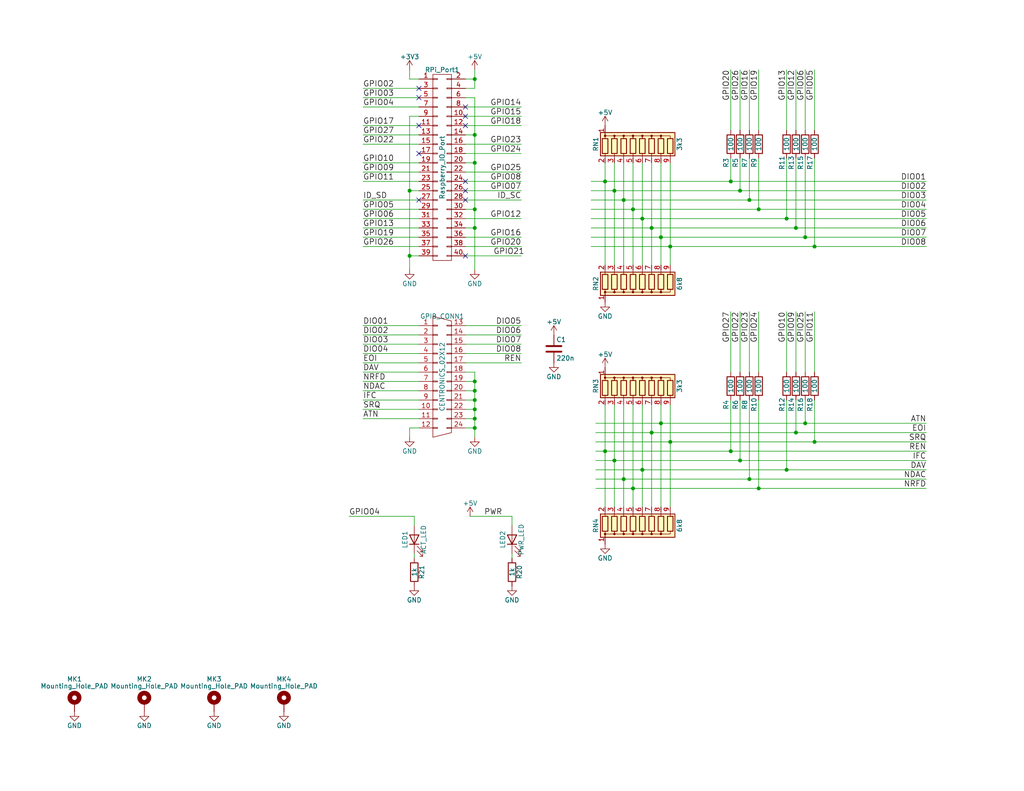
<source format=kicad_sch>
(kicad_sch (version 20211123) (generator eeschema)
  (paper "USLetter")
  (lib_symbols
    (symbol "Device:C" (pin_numbers hide) (pin_names (offset 0.254))
      (property "Reference" "C" (at 0.635 2.54 0))
      (property "Value" "C" (at 0.635 -2.54 0))
      (symbol "C_0_1"
        (polyline (pts (xy -2.032 -0.762) (xy 2.032 -0.762)) (stroke (width 0.508)))
        (polyline (pts (xy -2.032 0.762) (xy 2.032 0.762)) (stroke (width 0.508)))
      )
      (symbol "C_1_1"
        (pin passive line (at 0 3.81 270) (length 2.794) (name "~") (number "1"))
        (pin passive line (at 0 -3.81 90) (length 2.794) (name "~") (number "2"))
      )
    )
    (symbol "Device:LED" (pin_numbers hide) (pin_names (offset 1.016) hide)
      (property "Reference" "D" (at 0 2.54 0))
      (property "Value" "LED" (at 0 -2.54 0))
      (symbol "LED_0_1"
        (polyline (pts (xy -1.27 -1.27) (xy -1.27 1.27)) (stroke (width 0.254)))
        (polyline (pts (xy -1.27 0) (xy 1.27 0)))
        (polyline (pts (xy 1.27 -1.27) (xy 1.27 1.27) (xy -1.27 0) (xy 1.27 -1.27)) (stroke (width 0.254)))
        (polyline (pts (xy -3.048 -0.762) (xy -4.572 -2.286) (xy -3.81 -2.286) (xy -4.572 -2.286) (xy -4.572 -1.524)))
        (polyline (pts (xy -1.778 -0.762) (xy -3.302 -2.286) (xy -2.54 -2.286) (xy -3.302 -2.286) (xy -3.302 -1.524)))
      )
      (symbol "LED_1_1"
        (pin passive line (at -3.81 0 0) (length 2.54) (name "K") (number "1"))
        (pin passive line (at 3.81 0 180) (length 2.54) (name "A") (number "2"))
      )
    )
    (symbol "Device:R" (pin_numbers hide) (pin_names (offset 0))
      (property "Reference" "R" (at 2.032 0 90))
      (property "Value" "R" (at 0 0 90))
      (symbol "R_0_1"
        (rectangle (start -1.016 -2.54) (end 1.016 2.54) (stroke (width 0.254)))
      )
      (symbol "R_1_1"
        (pin passive line (at 0 3.81 270) (length 1.27) (name "~") (number "1"))
        (pin passive line (at 0 -3.81 90) (length 1.27) (name "~") (number "2"))
      )
    )
    (symbol "Device:R_Network08" (pin_names (offset 0) hide)
      (property "Reference" "RN" (at -12.7 0 90))
      (property "Value" "R_Network08" (at 10.16 0 90))
      (symbol "R_Network08_0_1"
        (rectangle (start -11.43 -3.175) (end 8.89 3.175) (stroke (width 0.254)) (fill (type background)))
        (rectangle (start -10.922 1.524) (end -9.398 -2.54) (stroke (width 0.254)))
        (circle (center -10.16 2.286) (radius 0.254) (fill (type outline)))
        (rectangle (start -8.382 1.524) (end -6.858 -2.54) (stroke (width 0.254)))
        (circle (center -7.62 2.286) (radius 0.254) (fill (type outline)))
        (rectangle (start -5.842 1.524) (end -4.318 -2.54) (stroke (width 0.254)))
        (circle (center -5.08 2.286) (radius 0.254) (fill (type outline)))
        (rectangle (start -3.302 1.524) (end -1.778 -2.54) (stroke (width 0.254)))
        (circle (center -2.54 2.286) (radius 0.254) (fill (type outline)))
        (rectangle (start -0.762 1.524) (end 0.762 -2.54) (stroke (width 0.254)))
        (polyline (pts (xy -10.16 -2.54) (xy -10.16 -3.81)))
        (polyline (pts (xy -7.62 -2.54) (xy -7.62 -3.81)))
        (polyline (pts (xy -5.08 -2.54) (xy -5.08 -3.81)))
        (polyline (pts (xy -2.54 -2.54) (xy -2.54 -3.81)))
        (polyline (pts (xy 0 -2.54) (xy 0 -3.81)))
        (polyline (pts (xy 2.54 -2.54) (xy 2.54 -3.81)))
        (polyline (pts (xy 5.08 -2.54) (xy 5.08 -3.81)))
        (polyline (pts (xy 7.62 -2.54) (xy 7.62 -3.81)))
        (polyline (pts (xy -10.16 1.524) (xy -10.16 2.286) (xy -7.62 2.286) (xy -7.62 1.524)))
        (polyline (pts (xy -7.62 1.524) (xy -7.62 2.286) (xy -5.08 2.286) (xy -5.08 1.524)))
        (polyline (pts (xy -5.08 1.524) (xy -5.08 2.286) (xy -2.54 2.286) (xy -2.54 1.524)))
        (polyline (pts (xy -2.54 1.524) (xy -2.54 2.286) (xy 0 2.286) (xy 0 1.524)))
        (polyline (pts (xy 0 1.524) (xy 0 2.286) (xy 2.54 2.286) (xy 2.54 1.524)))
        (polyline (pts (xy 2.54 1.524) (xy 2.54 2.286) (xy 5.08 2.286) (xy 5.08 1.524)))
        (polyline (pts (xy 5.08 1.524) (xy 5.08 2.286) (xy 7.62 2.286) (xy 7.62 1.524)))
        (circle (center 0 2.286) (radius 0.254) (fill (type outline)))
        (rectangle (start 1.778 1.524) (end 3.302 -2.54) (stroke (width 0.254)))
        (circle (center 2.54 2.286) (radius 0.254) (fill (type outline)))
        (rectangle (start 4.318 1.524) (end 5.842 -2.54) (stroke (width 0.254)))
        (circle (center 5.08 2.286) (radius 0.254) (fill (type outline)))
        (rectangle (start 6.858 1.524) (end 8.382 -2.54) (stroke (width 0.254)))
      )
      (symbol "R_Network08_1_1"
        (pin passive line (at -10.16 5.08 270) (length 2.54) (name "common") (number "1"))
        (pin passive line (at -10.16 -5.08 90) (length 1.27) (name "R1") (number "2"))
        (pin passive line (at -7.62 -5.08 90) (length 1.27) (name "R2") (number "3"))
        (pin passive line (at -5.08 -5.08 90) (length 1.27) (name "R3") (number "4"))
        (pin passive line (at -2.54 -5.08 90) (length 1.27) (name "R4") (number "5"))
        (pin passive line (at 0 -5.08 90) (length 1.27) (name "R5") (number "6"))
        (pin passive line (at 2.54 -5.08 90) (length 1.27) (name "R6") (number "7"))
        (pin passive line (at 5.08 -5.08 90) (length 1.27) (name "R7") (number "8"))
        (pin passive line (at 7.62 -5.08 90) (length 1.27) (name "R8") (number "9"))
      )
    )
    (symbol "Mechanical:MountingHole_Pad" (pin_numbers hide) (pin_names (offset 1.016) hide)
      (property "Reference" "H" (at 0 6.35 0))
      (property "Value" "MountingHole_Pad" (at 0 4.445 0))
      (symbol "MountingHole_Pad_0_1"
        (circle (center 0 1.27) (radius 1.27) (stroke (width 1.27)))
      )
      (symbol "MountingHole_Pad_1_1"
        (pin input line (at 0 -2.54 90) (length 2.54) (name "1") (number "1"))
      )
    )
    (symbol "Raspi_GPIB:Raspberry_IO_Port" (pin_names (offset 0.0254) hide)
      (property "Reference" "P" (at 0 26.67 0))
      (property "Value" "Raspberry_IO_Port" (at 0 0 90))
      (symbol "Raspberry_IO_Port_0_1"
        (rectangle (start -2.54 -24.003) (end -1.27 -24.257))
        (rectangle (start -2.54 -21.463) (end -1.27 -21.717))
        (rectangle (start -2.54 -18.923) (end -1.27 -19.177))
        (rectangle (start -2.54 -16.383) (end -1.27 -16.637))
        (rectangle (start -2.54 -13.843) (end -1.27 -14.097))
        (rectangle (start -2.54 -11.303) (end -1.27 -11.557))
        (rectangle (start -2.54 -8.763) (end -1.27 -9.017))
        (rectangle (start -2.54 -6.223) (end -1.27 -6.477))
        (rectangle (start -2.54 -3.683) (end -1.27 -3.937))
        (rectangle (start -2.54 -1.143) (end -1.27 -1.397))
        (rectangle (start -2.54 1.397) (end -1.27 1.143))
        (rectangle (start -2.54 3.937) (end -1.27 3.683))
        (rectangle (start -2.54 6.477) (end -1.27 6.223))
        (rectangle (start -2.54 9.017) (end -1.27 8.763))
        (rectangle (start -2.54 11.557) (end -1.27 11.303))
        (rectangle (start -2.54 14.097) (end -1.27 13.843))
        (rectangle (start -2.54 16.637) (end -1.27 16.383))
        (rectangle (start -2.54 19.177) (end -1.27 18.923))
        (rectangle (start -2.54 21.717) (end -1.27 21.463))
        (rectangle (start -2.54 24.257) (end -1.27 24.003))
        (rectangle (start -2.54 25.4) (end 2.54 -25.4))
        (rectangle (start 1.27 -24.003) (end 2.54 -24.257))
        (rectangle (start 1.27 -21.463) (end 2.54 -21.717))
        (rectangle (start 1.27 -18.923) (end 2.54 -19.177))
        (rectangle (start 1.27 -16.383) (end 2.54 -16.637))
        (rectangle (start 1.27 -13.843) (end 2.54 -14.097))
        (rectangle (start 1.27 -11.303) (end 2.54 -11.557))
        (rectangle (start 1.27 -8.763) (end 2.54 -9.017))
        (rectangle (start 1.27 -6.223) (end 2.54 -6.477))
        (rectangle (start 1.27 -3.683) (end 2.54 -3.937))
        (rectangle (start 1.27 -1.143) (end 2.54 -1.397))
        (rectangle (start 1.27 1.397) (end 2.54 1.143))
        (rectangle (start 1.27 3.937) (end 2.54 3.683))
        (rectangle (start 1.27 6.477) (end 2.54 6.223))
        (rectangle (start 1.27 9.017) (end 2.54 8.763))
        (rectangle (start 1.27 11.557) (end 2.54 11.303))
        (rectangle (start 1.27 14.097) (end 2.54 13.843))
        (rectangle (start 1.27 16.637) (end 2.54 16.383))
        (rectangle (start 1.27 19.177) (end 2.54 18.923))
        (rectangle (start 1.27 21.717) (end 2.54 21.463))
        (rectangle (start 1.27 24.257) (end 2.54 24.003))
      )
      (symbol "Raspberry_IO_Port_1_1"
        (pin power_out line (at -6.35 24.13 0) (length 3.81) (name "3V3") (number "1"))
        (pin passive line (at 6.35 13.97 180) (length 3.81) (name "GPIO15") (number "10"))
        (pin bidirectional line (at -6.35 11.43 0) (length 3.81) (name "GPIO17") (number "11"))
        (pin passive line (at 6.35 11.43 180) (length 3.81) (name "GPIO18") (number "12"))
        (pin bidirectional line (at -6.35 8.89 0) (length 3.81) (name "GPIO27") (number "13"))
        (pin passive line (at 6.35 8.89 180) (length 3.81) (name "GND") (number "14"))
        (pin passive line (at -6.35 6.35 0) (length 3.81) (name "GPIO22") (number "15"))
        (pin passive line (at 6.35 6.35 180) (length 3.81) (name "GPIO23") (number "16"))
        (pin passive line (at -6.35 3.81 0) (length 3.81) (name "P17") (number "17"))
        (pin passive line (at 6.35 3.81 180) (length 3.81) (name "GPIO24") (number "18"))
        (pin passive line (at -6.35 1.27 0) (length 3.81) (name "GPIO09") (number "19"))
        (pin passive line (at 6.35 24.13 180) (length 3.81) (name "5V") (number "2"))
        (pin passive line (at 6.35 1.27 180) (length 3.81) (name "GND") (number "20"))
        (pin passive line (at -6.35 -1.27 0) (length 3.81) (name "GPIO10") (number "21"))
        (pin passive line (at 6.35 -1.27 180) (length 3.81) (name "GPIO25") (number "22"))
        (pin passive line (at -6.35 -3.81 0) (length 3.81) (name "GPIO11") (number "23"))
        (pin passive line (at 6.35 -3.81 180) (length 3.81) (name "GPIO08") (number "24"))
        (pin passive line (at -6.35 -6.35 0) (length 3.81) (name "GND") (number "25"))
        (pin passive line (at 6.35 -6.35 180) (length 3.81) (name "GPIO07") (number "26"))
        (pin passive line (at -6.35 -8.89 0) (length 3.81) (name "ID_SD") (number "27"))
        (pin passive line (at 6.35 -8.89 180) (length 3.81) (name "ID_SC") (number "28"))
        (pin passive line (at -6.35 -11.43 0) (length 3.81) (name "GPIO05") (number "29"))
        (pin bidirectional line (at -6.35 21.59 0) (length 3.81) (name "GPIO2") (number "3"))
        (pin passive line (at 6.35 -11.43 180) (length 3.81) (name "GND") (number "30"))
        (pin passive line (at -6.35 -13.97 0) (length 3.81) (name "GPIO06") (number "31"))
        (pin passive line (at 6.35 -13.97 180) (length 3.81) (name "GPIO12") (number "32"))
        (pin passive line (at -6.35 -16.51 0) (length 3.81) (name "GPIO13") (number "33"))
        (pin passive line (at 6.35 -16.51 180) (length 3.81) (name "GND") (number "34"))
        (pin passive line (at -6.35 -19.05 0) (length 3.81) (name "GPIO19") (number "35"))
        (pin passive line (at 6.35 -19.05 180) (length 3.81) (name "GPIO16") (number "36"))
        (pin passive line (at -6.35 -21.59 0) (length 3.81) (name "GPIO26") (number "37"))
        (pin passive line (at 6.35 -21.59 180) (length 3.81) (name "GPIO20") (number "38"))
        (pin power_out line (at -6.35 -24.13 0) (length 3.81) (name "GND") (number "39"))
        (pin power_out line (at 6.35 21.59 180) (length 3.81) (name "5V") (number "4"))
        (pin passive line (at 6.35 -24.13 180) (length 3.81) (name "GPIO21") (number "40"))
        (pin bidirectional line (at -6.35 19.05 0) (length 3.81) (name "GPIO3") (number "5"))
        (pin passive line (at 6.35 19.05 180) (length 3.81) (name "GND") (number "6"))
        (pin bidirectional line (at -6.35 16.51 0) (length 3.81) (name "GPIO4") (number "7"))
        (pin passive line (at 6.35 16.51 180) (length 3.81) (name "GPIO14") (number "8"))
        (pin passive line (at -6.35 13.97 0) (length 3.81) (name "GND") (number "9"))
      )
    )
    (symbol "Raspi_GPIB_Zero_V6-rescue:CENTRONICS_02X12-Raspi_GPIB" (pin_names (offset 0.0254) hide)
      (property "Reference" "P" (at 0 16.51 0))
      (property "Value" "CENTRONICS_02X12-Raspi_GPIB" (at 0 0 90))
      (symbol "CENTRONICS_02X12-Raspi_GPIB_0_1"
        (rectangle (start -2.54 -13.843) (end -1.27 -14.097))
        (rectangle (start -2.54 -11.303) (end -1.27 -11.557))
        (rectangle (start -2.54 -8.763) (end -1.27 -9.017))
        (rectangle (start -2.54 -6.223) (end -1.27 -6.477))
        (rectangle (start -2.54 -3.683) (end -1.27 -3.937))
        (rectangle (start -2.54 -1.143) (end -1.27 -1.397))
        (rectangle (start -2.54 1.397) (end -1.27 1.143))
        (rectangle (start -2.54 3.937) (end -1.27 3.683))
        (rectangle (start -2.54 6.477) (end -1.27 6.223))
        (rectangle (start -2.54 9.017) (end -1.27 8.763))
        (rectangle (start -2.54 11.557) (end -1.27 11.303))
        (rectangle (start -2.54 14.097) (end -1.27 13.843))
        (polyline (pts (xy -2.54 16.51) (xy -2.54 -16.51) (xy 2.54 -15.24) (xy 2.54 15.24) (xy -2.54 16.51)))
        (rectangle (start 1.27 -13.843) (end 2.54 -14.097))
        (rectangle (start 1.27 -11.303) (end 2.54 -11.557))
        (rectangle (start 1.27 -8.763) (end 2.54 -9.017))
        (rectangle (start 1.27 -6.223) (end 2.54 -6.477))
        (rectangle (start 1.27 -3.683) (end 2.54 -3.937))
        (rectangle (start 1.27 -1.143) (end 2.54 -1.397))
        (rectangle (start 1.27 1.397) (end 2.54 1.143))
        (rectangle (start 1.27 3.937) (end 2.54 3.683))
        (rectangle (start 1.27 6.477) (end 2.54 6.223))
        (rectangle (start 1.27 9.017) (end 2.54 8.763))
        (rectangle (start 1.27 11.557) (end 2.54 11.303))
        (rectangle (start 1.27 14.097) (end 2.54 13.843))
      )
      (symbol "CENTRONICS_02X12-Raspi_GPIB_1_1"
        (pin passive line (at -6.35 13.97 0) (length 3.81) (name "P1") (number "1"))
        (pin passive line (at -6.35 -8.89 0) (length 3.81) (name "P10") (number "10"))
        (pin passive line (at -6.35 -11.43 0) (length 3.81) (name "P11") (number "11"))
        (pin passive line (at -6.35 -13.97 0) (length 3.81) (name "P12") (number "12"))
        (pin passive line (at 6.35 13.97 180) (length 3.81) (name "P13") (number "13"))
        (pin passive line (at 6.35 11.43 180) (length 3.81) (name "P14") (number "14"))
        (pin passive line (at 6.35 8.89 180) (length 3.81) (name "P15") (number "15"))
        (pin passive line (at 6.35 6.35 180) (length 3.81) (name "P16") (number "16"))
        (pin passive line (at 6.35 3.81 180) (length 3.81) (name "P17") (number "17"))
        (pin passive line (at 6.35 1.27 180) (length 3.81) (name "P18") (number "18"))
        (pin passive line (at 6.35 -1.27 180) (length 3.81) (name "P19") (number "19"))
        (pin passive line (at -6.35 11.43 0) (length 3.81) (name "P2") (number "2"))
        (pin passive line (at 6.35 -3.81 180) (length 3.81) (name "P20") (number "20"))
        (pin passive line (at 6.35 -6.35 180) (length 3.81) (name "P21") (number "21"))
        (pin passive line (at 6.35 -8.89 180) (length 3.81) (name "P22") (number "22"))
        (pin passive line (at 6.35 -11.43 180) (length 3.81) (name "P23") (number "23"))
        (pin passive line (at 6.35 -13.97 180) (length 3.81) (name "P24") (number "24"))
        (pin passive line (at -6.35 8.89 0) (length 3.81) (name "P3") (number "3"))
        (pin passive line (at -6.35 6.35 0) (length 3.81) (name "P4") (number "4"))
        (pin passive line (at -6.35 3.81 0) (length 3.81) (name "P5") (number "5"))
        (pin passive line (at -6.35 1.27 0) (length 3.81) (name "P6") (number "6"))
        (pin passive line (at -6.35 -1.27 0) (length 3.81) (name "P7") (number "7"))
        (pin passive line (at -6.35 -3.81 0) (length 3.81) (name "P8") (number "8"))
        (pin passive line (at -6.35 -6.35 0) (length 3.81) (name "P9") (number "9"))
      )
    )
    (symbol "power:+3.3V" (power) (pin_names (offset 0))
      (property "Value" "+3.3V" (at 0 3.556 0))
      (symbol "+3.3V_0_1"
        (polyline (pts (xy -0.762 1.27) (xy 0 2.54)))
        (polyline (pts (xy 0 0) (xy 0 2.54)))
        (polyline (pts (xy 0 2.54) (xy 0.762 1.27)))
      )
      (symbol "+3.3V_1_1"
        (pin power_in line (at 0 0 90) (length 0) hide (name "+3V3") (number "1"))
      )
    )
    (symbol "power:+5V" (power) (pin_names (offset 0))
      (property "Value" "+5V" (at 0 3.556 0))
      (symbol "+5V_0_1"
        (polyline (pts (xy -0.762 1.27) (xy 0 2.54)))
        (polyline (pts (xy 0 0) (xy 0 2.54)))
        (polyline (pts (xy 0 2.54) (xy 0.762 1.27)))
      )
      (symbol "+5V_1_1"
        (pin power_in line (at 0 0 90) (length 0) hide (name "+5V") (number "1"))
      )
    )
    (symbol "power:GND" (power) (pin_names (offset 0))
      (property "Value" "GND" (at 0 -3.81 0))
      (symbol "GND_0_1"
        (polyline (pts (xy 0 0) (xy 0 -1.27) (xy 1.27 -1.27) (xy 0 -2.54) (xy -1.27 -1.27) (xy 0 -1.27)))
      )
      (symbol "GND_1_1"
        (pin power_in line (at 0 0 270) (length 0) hide (name "GND") (number "1"))
      )
    )
  )
  (junction (at 177.8 62.23))
  (junction (at 204.47 130.81))
  (junction (at 214.63 128.27))
  (junction (at 129.54 36.83))
  (junction (at 222.25 67.31))
  (junction (at 180.34 64.77))
  (junction (at 182.88 67.31))
  (junction (at 199.39 123.19))
  (junction (at 182.88 120.65))
  (junction (at 214.63 59.69))
  (junction (at 219.71 64.77))
  (junction (at 175.26 59.69))
  (junction (at 175.26 128.27))
  (junction (at 129.54 109.22))
  (junction (at 172.72 133.35))
  (junction (at 129.54 116.84))
  (junction (at 129.54 114.3))
  (junction (at 129.54 21.59))
  (junction (at 207.01 133.35))
  (junction (at 111.76 69.85))
  (junction (at 207.01 57.15))
  (junction (at 165.1 123.19))
  (junction (at 217.17 62.23))
  (junction (at 201.93 125.73))
  (junction (at 129.54 111.76))
  (junction (at 129.54 104.14))
  (junction (at 170.18 130.81))
  (junction (at 217.17 118.11))
  (junction (at 129.54 62.23))
  (junction (at 199.39 49.53))
  (junction (at 170.18 54.61))
  (junction (at 201.93 52.07))
  (junction (at 129.54 44.45))
  (junction (at 222.25 120.65))
  (junction (at 172.72 57.15))
  (junction (at 129.54 106.68))
  (junction (at 219.71 115.57))
  (junction (at 165.1 49.53))
  (junction (at 111.76 52.07))
  (junction (at 177.8 118.11))
  (junction (at 129.54 57.15))
  (junction (at 167.64 125.73))
  (junction (at 167.64 52.07))
  (junction (at 180.34 115.57))
  (junction (at 204.47 54.61))
  (no_connect (at 127 49.53))
  (no_connect (at 114.3 34.29))
  (no_connect (at 114.3 24.13))
  (no_connect (at 127 29.21))
  (no_connect (at 127 31.75))
  (no_connect (at 127 34.29))
  (no_connect (at 114.3 26.67))
  (no_connect (at 114.3 41.91))
  (no_connect (at 127 54.61))
  (no_connect (at 127 52.07))
  (no_connect (at 114.3 54.61))
  (no_connect (at 127 69.85))
  (wire (pts (xy 127 116.84) (xy 129.54 116.84)))
  (wire (pts (xy 214.63 101.6) (xy 214.63 85.09)))
  (wire (pts (xy 170.18 54.61) (xy 170.18 72.39)))
  (wire (pts (xy 182.88 120.65) (xy 222.25 120.65)))
  (wire (pts (xy 219.71 19.05) (xy 219.71 35.56)))
  (wire (pts (xy 111.76 119.38) (xy 111.76 116.84)))
  (wire (pts (xy 114.3 49.53) (xy 99.06 49.53)))
  (wire (pts (xy 201.93 19.05) (xy 201.93 35.56)))
  (wire (pts (xy 161.29 62.23) (xy 177.8 62.23)))
  (wire (pts (xy 142.24 88.9) (xy 127 88.9)))
  (wire (pts (xy 127 99.06) (xy 142.24 99.06)))
  (wire (pts (xy 111.76 52.07) (xy 111.76 69.85)))
  (wire (pts (xy 142.24 49.53) (xy 127 49.53)))
  (wire (pts (xy 114.3 24.13) (xy 99.06 24.13)))
  (wire (pts (xy 217.17 118.11) (xy 252.73 118.11)))
  (wire (pts (xy 207.01 101.6) (xy 207.01 85.09)))
  (wire (pts (xy 127 26.67) (xy 129.54 26.67)))
  (wire (pts (xy 170.18 130.81) (xy 204.47 130.81)))
  (wire (pts (xy 161.29 67.31) (xy 182.88 67.31)))
  (wire (pts (xy 129.54 24.13) (xy 127 24.13)))
  (wire (pts (xy 165.1 123.19) (xy 165.1 138.43)))
  (wire (pts (xy 128.27 140.97) (xy 139.7 140.97)))
  (wire (pts (xy 199.39 109.22) (xy 199.39 123.19)))
  (wire (pts (xy 217.17 85.09) (xy 217.17 101.6)))
  (wire (pts (xy 161.29 52.07) (xy 167.64 52.07)))
  (wire (pts (xy 165.1 49.53) (xy 199.39 49.53)))
  (wire (pts (xy 127 67.31) (xy 142.24 67.31)))
  (wire (pts (xy 214.63 43.18) (xy 214.63 59.69)))
  (wire (pts (xy 129.54 57.15) (xy 129.54 62.23)))
  (wire (pts (xy 114.3 31.75) (xy 111.76 31.75)))
  (wire (pts (xy 222.25 101.6) (xy 222.25 85.09)))
  (wire (pts (xy 177.8 110.49) (xy 177.8 118.11)))
  (wire (pts (xy 182.88 67.31) (xy 182.88 72.39)))
  (wire (pts (xy 129.54 116.84) (xy 129.54 119.38)))
  (wire (pts (xy 99.06 64.77) (xy 114.3 64.77)))
  (wire (pts (xy 113.03 151.13) (xy 113.03 152.4)))
  (wire (pts (xy 222.25 35.56) (xy 222.25 19.05)))
  (wire (pts (xy 217.17 35.56) (xy 217.17 19.05)))
  (wire (pts (xy 214.63 19.05) (xy 214.63 35.56)))
  (wire (pts (xy 129.54 62.23) (xy 129.54 73.66)))
  (wire (pts (xy 99.06 44.45) (xy 114.3 44.45)))
  (wire (pts (xy 214.63 128.27) (xy 214.63 109.22)))
  (wire (pts (xy 207.01 43.18) (xy 207.01 57.15)))
  (wire (pts (xy 167.64 125.73) (xy 201.93 125.73)))
  (wire (pts (xy 175.26 128.27) (xy 214.63 128.27)))
  (wire (pts (xy 182.88 67.31) (xy 222.25 67.31)))
  (wire (pts (xy 127 104.14) (xy 129.54 104.14)))
  (wire (pts (xy 180.34 110.49) (xy 180.34 115.57)))
  (wire (pts (xy 129.54 104.14) (xy 129.54 106.68)))
  (wire (pts (xy 127 34.29) (xy 142.24 34.29)))
  (wire (pts (xy 139.7 151.13) (xy 139.7 152.4)))
  (wire (pts (xy 172.72 44.45) (xy 172.72 57.15)))
  (wire (pts (xy 162.56 130.81) (xy 170.18 130.81)))
  (wire (pts (xy 175.26 59.69) (xy 175.26 72.39)))
  (wire (pts (xy 204.47 130.81) (xy 252.73 130.81)))
  (wire (pts (xy 127 111.76) (xy 129.54 111.76)))
  (wire (pts (xy 127 54.61) (xy 142.24 54.61)))
  (wire (pts (xy 129.54 114.3) (xy 129.54 116.84)))
  (wire (pts (xy 127 46.99) (xy 142.24 46.99)))
  (wire (pts (xy 165.1 49.53) (xy 165.1 72.39)))
  (wire (pts (xy 129.54 106.68) (xy 129.54 109.22)))
  (wire (pts (xy 99.06 36.83) (xy 114.3 36.83)))
  (wire (pts (xy 129.54 19.05) (xy 129.54 21.59)))
  (wire (pts (xy 129.54 21.59) (xy 127 21.59)))
  (wire (pts (xy 207.01 133.35) (xy 252.73 133.35)))
  (wire (pts (xy 162.56 128.27) (xy 175.26 128.27)))
  (wire (pts (xy 199.39 35.56) (xy 199.39 19.05)))
  (wire (pts (xy 180.34 64.77) (xy 180.34 72.39)))
  (wire (pts (xy 142.24 93.98) (xy 127 93.98)))
  (wire (pts (xy 161.29 49.53) (xy 165.1 49.53)))
  (wire (pts (xy 129.54 26.67) (xy 129.54 36.83)))
  (wire (pts (xy 161.29 57.15) (xy 172.72 57.15)))
  (wire (pts (xy 99.06 26.67) (xy 114.3 26.67)))
  (wire (pts (xy 204.47 19.05) (xy 204.47 35.56)))
  (wire (pts (xy 177.8 62.23) (xy 177.8 72.39)))
  (wire (pts (xy 114.3 39.37) (xy 99.06 39.37)))
  (wire (pts (xy 127 36.83) (xy 129.54 36.83)))
  (wire (pts (xy 114.3 101.6) (xy 99.06 101.6)))
  (wire (pts (xy 161.29 64.77) (xy 180.34 64.77)))
  (wire (pts (xy 113.03 143.51) (xy 113.03 140.97)))
  (wire (pts (xy 162.56 123.19) (xy 165.1 123.19)))
  (wire (pts (xy 165.1 123.19) (xy 199.39 123.19)))
  (wire (pts (xy 219.71 43.18) (xy 219.71 64.77)))
  (wire (pts (xy 207.01 19.05) (xy 207.01 35.56)))
  (wire (pts (xy 201.93 125.73) (xy 252.73 125.73)))
  (wire (pts (xy 167.64 44.45) (xy 167.64 52.07)))
  (wire (pts (xy 127 62.23) (xy 129.54 62.23)))
  (wire (pts (xy 182.88 110.49) (xy 182.88 120.65)))
  (wire (pts (xy 114.3 109.22) (xy 99.06 109.22)))
  (wire (pts (xy 114.3 52.07) (xy 111.76 52.07)))
  (wire (pts (xy 142.24 31.75) (xy 127 31.75)))
  (wire (pts (xy 172.72 57.15) (xy 207.01 57.15)))
  (wire (pts (xy 114.3 99.06) (xy 99.06 99.06)))
  (wire (pts (xy 114.3 54.61) (xy 99.06 54.61)))
  (wire (pts (xy 222.25 67.31) (xy 252.73 67.31)))
  (wire (pts (xy 172.72 133.35) (xy 207.01 133.35)))
  (wire (pts (xy 114.3 59.69) (xy 99.06 59.69)))
  (wire (pts (xy 201.93 52.07) (xy 252.73 52.07)))
  (wire (pts (xy 217.17 62.23) (xy 252.73 62.23)))
  (wire (pts (xy 142.24 41.91) (xy 127 41.91)))
  (wire (pts (xy 170.18 110.49) (xy 170.18 130.81)))
  (wire (pts (xy 165.1 110.49) (xy 165.1 123.19)))
  (wire (pts (xy 167.64 110.49) (xy 167.64 125.73)))
  (wire (pts (xy 175.26 59.69) (xy 214.63 59.69)))
  (wire (pts (xy 99.06 62.23) (xy 114.3 62.23)))
  (wire (pts (xy 204.47 101.6) (xy 204.47 85.09)))
  (wire (pts (xy 129.54 101.6) (xy 127 101.6)))
  (wire (pts (xy 172.72 110.49) (xy 172.72 133.35)))
  (wire (pts (xy 99.06 67.31) (xy 114.3 67.31)))
  (wire (pts (xy 214.63 128.27) (xy 252.73 128.27)))
  (wire (pts (xy 129.54 111.76) (xy 129.54 114.3)))
  (wire (pts (xy 180.34 115.57) (xy 219.71 115.57)))
  (wire (pts (xy 180.34 115.57) (xy 180.34 138.43)))
  (wire (pts (xy 201.93 101.6) (xy 201.93 85.09)))
  (wire (pts (xy 182.88 44.45) (xy 182.88 67.31)))
  (wire (pts (xy 165.1 44.45) (xy 165.1 49.53)))
  (wire (pts (xy 175.26 110.49) (xy 175.26 128.27)))
  (wire (pts (xy 129.54 101.6) (xy 129.54 104.14)))
  (wire (pts (xy 199.39 85.09) (xy 199.39 101.6)))
  (wire (pts (xy 129.54 21.59) (xy 129.54 24.13)))
  (wire (pts (xy 114.3 69.85) (xy 111.76 69.85)))
  (wire (pts (xy 217.17 109.22) (xy 217.17 118.11)))
  (wire (pts (xy 180.34 64.77) (xy 219.71 64.77)))
  (wire (pts (xy 161.29 54.61) (xy 170.18 54.61)))
  (wire (pts (xy 167.64 52.07) (xy 201.93 52.07)))
  (wire (pts (xy 114.3 21.59) (xy 111.76 21.59)))
  (wire (pts (xy 99.06 104.14) (xy 114.3 104.14)))
  (wire (pts (xy 199.39 49.53) (xy 252.73 49.53)))
  (wire (pts (xy 177.8 118.11) (xy 177.8 138.43)))
  (wire (pts (xy 177.8 44.45) (xy 177.8 62.23)))
  (wire (pts (xy 127 39.37) (xy 142.24 39.37)))
  (wire (pts (xy 111.76 31.75) (xy 111.76 52.07)))
  (wire (pts (xy 114.3 88.9) (xy 99.06 88.9)))
  (wire (pts (xy 127 29.21) (xy 142.24 29.21)))
  (wire (pts (xy 129.54 44.45) (xy 129.54 57.15)))
  (wire (pts (xy 172.72 57.15) (xy 172.72 72.39)))
  (wire (pts (xy 219.71 101.6) (xy 219.71 85.09)))
  (wire (pts (xy 111.76 116.84) (xy 114.3 116.84)))
  (wire (pts (xy 114.3 46.99) (xy 99.06 46.99)))
  (wire (pts (xy 219.71 115.57) (xy 252.73 115.57)))
  (wire (pts (xy 162.56 133.35) (xy 172.72 133.35)))
  (wire (pts (xy 139.7 140.97) (xy 139.7 143.51)))
  (wire (pts (xy 172.72 133.35) (xy 172.72 138.43)))
  (wire (pts (xy 161.29 59.69) (xy 175.26 59.69)))
  (wire (pts (xy 217.17 43.18) (xy 217.17 62.23)))
  (wire (pts (xy 114.3 91.44) (xy 99.06 91.44)))
  (wire (pts (xy 170.18 44.45) (xy 170.18 54.61)))
  (wire (pts (xy 219.71 109.22) (xy 219.71 115.57)))
  (wire (pts (xy 127 59.69) (xy 142.24 59.69)))
  (wire (pts (xy 214.63 59.69) (xy 252.73 59.69)))
  (wire (pts (xy 99.06 57.15) (xy 114.3 57.15)))
  (wire (pts (xy 127 44.45) (xy 129.54 44.45)))
  (wire (pts (xy 129.54 36.83) (xy 129.54 44.45)))
  (wire (pts (xy 127 114.3) (xy 129.54 114.3)))
  (wire (pts (xy 127 91.44) (xy 142.24 91.44)))
  (wire (pts (xy 167.64 125.73) (xy 167.64 138.43)))
  (wire (pts (xy 111.76 69.85) (xy 111.76 73.66)))
  (wire (pts (xy 201.93 109.22) (xy 201.93 125.73)))
  (wire (pts (xy 219.71 64.77) (xy 252.73 64.77)))
  (wire (pts (xy 127 106.68) (xy 129.54 106.68)))
  (wire (pts (xy 127 109.22) (xy 129.54 109.22)))
  (wire (pts (xy 129.54 109.22) (xy 129.54 111.76)))
  (wire (pts (xy 199.39 123.19) (xy 252.73 123.19)))
  (wire (pts (xy 114.3 29.21) (xy 99.06 29.21)))
  (wire (pts (xy 180.34 44.45) (xy 180.34 64.77)))
  (wire (pts (xy 182.88 120.65) (xy 182.88 138.43)))
  (wire (pts (xy 204.47 54.61) (xy 252.73 54.61)))
  (wire (pts (xy 162.56 120.65) (xy 182.88 120.65)))
  (wire (pts (xy 127 57.15) (xy 129.54 57.15)))
  (wire (pts (xy 177.8 118.11) (xy 217.17 118.11)))
  (wire (pts (xy 204.47 109.22) (xy 204.47 130.81)))
  (wire (pts (xy 99.06 96.52) (xy 114.3 96.52)))
  (wire (pts (xy 162.56 125.73) (xy 167.64 125.73)))
  (wire (pts (xy 99.06 93.98) (xy 114.3 93.98)))
  (wire (pts (xy 222.25 109.22) (xy 222.25 120.65)))
  (wire (pts (xy 99.06 106.68) (xy 114.3 106.68)))
  (wire (pts (xy 199.39 43.18) (xy 199.39 49.53)))
  (wire (pts (xy 167.64 52.07) (xy 167.64 72.39)))
  (wire (pts (xy 162.56 115.57) (xy 180.34 115.57)))
  (wire (pts (xy 201.93 43.18) (xy 201.93 52.07)))
  (wire (pts (xy 170.18 130.81) (xy 170.18 138.43)))
  (wire (pts (xy 162.56 118.11) (xy 177.8 118.11)))
  (wire (pts (xy 114.3 34.29) (xy 99.06 34.29)))
  (wire (pts (xy 175.26 44.45) (xy 175.26 59.69)))
  (wire (pts (xy 127 69.85) (xy 142.24 69.85)))
  (wire (pts (xy 99.06 114.3) (xy 114.3 114.3)))
  (wire (pts (xy 142.24 64.77) (xy 127 64.77)))
  (wire (pts (xy 222.25 120.65) (xy 252.73 120.65)))
  (wire (pts (xy 175.26 128.27) (xy 175.26 138.43)))
  (wire (pts (xy 207.01 57.15) (xy 252.73 57.15)))
  (wire (pts (xy 170.18 54.61) (xy 204.47 54.61)))
  (wire (pts (xy 111.76 21.59) (xy 111.76 19.05)))
  (wire (pts (xy 177.8 62.23) (xy 217.17 62.23)))
  (wire (pts (xy 204.47 43.18) (xy 204.47 54.61)))
  (wire (pts (xy 207.01 109.22) (xy 207.01 133.35)))
  (wire (pts (xy 222.25 43.18) (xy 222.25 67.31)))
  (wire (pts (xy 113.03 140.97) (xy 95.25 140.97)))
  (wire (pts (xy 127 52.07) (xy 142.24 52.07)))
  (wire (pts (xy 142.24 96.52) (xy 127 96.52)))
  (wire (pts (xy 114.3 111.76) (xy 99.06 111.76)))
  (label "ATN" (at 252.73 115.57 180) (effects (font (size 1.524 1.524))))
  (label "GPIO27" (at 199.39 85.09 270) (effects (font (size 1.524 1.524))))
  (label "SRQ" (at 99.06 111.76 0) (effects (font (size 1.524 1.524))))
  (label "DIO02" (at 99.06 91.44 0) (effects (font (size 1.524 1.524))))
  (label "ATN" (at 99.06 114.3 0) (effects (font (size 1.524 1.524))))
  (label "GPIO10" (at 99.06 44.45 0) (effects (font (size 1.524 1.524))))
  (label "DIO05" (at 142.24 88.9 180) (effects (font (size 1.524 1.524))))
  (label "GPIO09" (at 99.06 46.99 0) (effects (font (size 1.524 1.524))))
  (label "GPIO05" (at 99.06 57.15 0) (effects (font (size 1.524 1.524))))
  (label "ID_SD" (at 99.06 54.61 0) (effects (font (size 1.524 1.524))))
  (label "GPIO07" (at 142.24 52.07 180) (effects (font (size 1.524 1.524))))
  (label "GPIO11" (at 222.25 85.09 270) (effects (font (size 1.524 1.524))))
  (label "DIO05" (at 252.73 59.69 180) (effects (font (size 1.524 1.524))))
  (label "ID_SC" (at 142.24 54.61 180) (effects (font (size 1.524 1.524))))
  (label "GPIO16" (at 204.47 19.05 270) (effects (font (size 1.524 1.524))))
  (label "GPIO08" (at 142.24 49.53 180) (effects (font (size 1.524 1.524))))
  (label "GPIO06" (at 219.71 19.05 270) (effects (font (size 1.524 1.524))))
  (label "NRFD" (at 252.73 133.35 180) (effects (font (size 1.524 1.524))))
  (label "GPIO22" (at 201.93 85.09 270) (effects (font (size 1.524 1.524))))
  (label "DIO01" (at 99.06 88.9 0) (effects (font (size 1.524 1.524))))
  (label "EOI" (at 252.73 118.11 180) (effects (font (size 1.524 1.524))))
  (label "GPIO19" (at 207.01 19.05 270) (effects (font (size 1.524 1.524))))
  (label "GPIO24" (at 207.01 85.09 270) (effects (font (size 1.524 1.524))))
  (label "DIO08" (at 252.73 67.31 180) (effects (font (size 1.524 1.524))))
  (label "GPIO16" (at 142.24 64.77 180) (effects (font (size 1.524 1.524))))
  (label "GPIO09" (at 217.17 85.09 270) (effects (font (size 1.524 1.524))))
  (label "DIO07" (at 252.73 64.77 180) (effects (font (size 1.524 1.524))))
  (label "GPIO04" (at 95.25 140.97 0) (effects (font (size 1.524 1.524))))
  (label "DIO03" (at 99.06 93.98 0) (effects (font (size 1.524 1.524))))
  (label "DIO08" (at 142.24 96.52 180) (effects (font (size 1.524 1.524))))
  (label "DIO04" (at 252.73 57.15 180) (effects (font (size 1.524 1.524))))
  (label "GPIO02" (at 99.06 24.13 0) (effects (font (size 1.524 1.524))))
  (label "GPIO23" (at 204.47 85.09 270) (effects (font (size 1.524 1.524))))
  (label "GPIO18" (at 142.24 34.29 180) (effects (font (size 1.524 1.524))))
  (label "PWR" (at 132.08 140.97 0) (effects (font (size 1.524 1.524))))
  (label "GPIO20" (at 199.39 19.05 270) (effects (font (size 1.524 1.524))))
  (label "GPIO13" (at 214.63 19.05 270) (effects (font (size 1.524 1.524))))
  (label "SRQ" (at 252.73 120.65 180) (effects (font (size 1.524 1.524))))
  (label "GPIO22" (at 99.06 39.37 0) (effects (font (size 1.524 1.524))))
  (label "DAV" (at 99.06 101.6 0) (effects (font (size 1.524 1.524))))
  (label "DIO06" (at 252.73 62.23 180) (effects (font (size 1.524 1.524))))
  (label "NDAC" (at 252.73 130.81 180) (effects (font (size 1.524 1.524))))
  (label "GPIO10" (at 214.63 85.09 270) (effects (font (size 1.524 1.524))))
  (label "GPIO24" (at 142.24 41.91 180) (effects (font (size 1.524 1.524))))
  (label "EOI" (at 99.06 99.06 0) (effects (font (size 1.524 1.524))))
  (label "GPIO14" (at 142.24 29.21 180) (effects (font (size 1.524 1.524))))
  (label "GPIO19" (at 99.06 64.77 0) (effects (font (size 1.524 1.524))))
  (label "DIO06" (at 142.24 91.44 180) (effects (font (size 1.524 1.524))))
  (label "GPIO26" (at 201.93 19.05 270) (effects (font (size 1.524 1.524))))
  (label "GPIO03" (at 99.06 26.67 0) (effects (font (size 1.524 1.524))))
  (label "GPIO25" (at 142.24 46.99 180) (effects (font (size 1.524 1.524))))
  (label "DIO01" (at 252.73 49.53 180) (effects (font (size 1.524 1.524))))
  (label "GPIO21" (at 134.62 69.85 0) (effects (font (size 1.524 1.524))))
  (label "GPIO23" (at 142.24 39.37 180) (effects (font (size 1.524 1.524))))
  (label "REN" (at 142.24 99.06 180) (effects (font (size 1.524 1.524))))
  (label "DAV" (at 252.73 128.27 180) (effects (font (size 1.524 1.524))))
  (label "GPIO05" (at 222.25 19.05 270) (effects (font (size 1.524 1.524))))
  (label "DIO04" (at 99.06 96.52 0) (effects (font (size 1.524 1.524))))
  (label "NDAC" (at 99.06 106.68 0) (effects (font (size 1.524 1.524))))
  (label "GPIO06" (at 99.06 59.69 0) (effects (font (size 1.524 1.524))))
  (label "REN" (at 252.73 123.19 180) (effects (font (size 1.524 1.524))))
  (label "DIO03" (at 252.73 54.61 180) (effects (font (size 1.524 1.524))))
  (label "DIO07" (at 142.24 93.98 180) (effects (font (size 1.524 1.524))))
  (label "GPIO27" (at 99.06 36.83 0) (effects (font (size 1.524 1.524))))
  (label "GPIO12" (at 142.24 59.69 180) (effects (font (size 1.524 1.524))))
  (label "GPIO11" (at 99.06 49.53 0) (effects (font (size 1.524 1.524))))
  (label "GPIO20" (at 142.24 67.31 180) (effects (font (size 1.524 1.524))))
  (label "GPIO25" (at 219.71 85.09 270) (effects (font (size 1.524 1.524))))
  (label "GPIO04" (at 99.06 29.21 0) (effects (font (size 1.524 1.524))))
  (label "GPIO17" (at 99.06 34.29 0) (effects (font (size 1.524 1.524))))
  (label "IFC" (at 99.06 109.22 0) (effects (font (size 1.524 1.524))))
  (label "NRFD" (at 99.06 104.14 0) (effects (font (size 1.524 1.524))))
  (label "GPIO13" (at 99.06 62.23 0) (effects (font (size 1.524 1.524))))
  (label "GPIO15" (at 142.24 31.75 180) (effects (font (size 1.524 1.524))))
  (label "GPIO12" (at 217.17 19.05 270) (effects (font (size 1.524 1.524))))
  (label "IFC" (at 252.73 125.73 180) (effects (font (size 1.524 1.524))))
  (label "GPIO26" (at 99.06 67.31 0) (effects (font (size 1.524 1.524))))
  (label "DIO02" (at 252.73 52.07 180) (effects (font (size 1.524 1.524))))
  (symbol (lib_id "power:GND") (at 111.76 73.66 0) (unit 1)
    (property "Reference" "#PWR01" (effects hide))
    (property "Value" "GND" (at 111.76 77.47 0))
  )
  (symbol (lib_id "power:GND") (at 129.54 73.66 0) (unit 1)
    (property "Reference" "#PWR02" (effects hide))
    (property "Value" "GND" (at 129.54 77.47 0))
  )
  (symbol (lib_id "power:+5V") (at 129.54 19.05 0) (unit 1)
    (property "Reference" "#PWR03" (effects hide))
    (property "Value" "+5V" (at 129.54 15.494 0))
  )
  (symbol (lib_id "power:+3.3V") (at 111.76 19.05 0) (unit 1)
    (property "Reference" "#PWR04" (effects hide))
    (property "Value" "+3.3V" (at 111.76 15.494 0))
  )
  (symbol (lib_id "power:GND") (at 129.54 119.38 0) (unit 1)
    (property "Reference" "#PWR05" (effects hide))
    (property "Value" "GND" (at 129.54 123.19 0))
  )
  (symbol (lib_id "Device:C") (at 151.13 95.25 0) (unit 1)
    (property "Reference" "C1" (at 151.765 92.71 0) (effects (justify left)))
    (property "Value" "220n" (at 151.765 97.79 0) (effects (justify left)))
    (property "Footprint" "Capacitor_SMD:C_0805_2012Metric" (effects hide))
  )
  (symbol (lib_id "power:GND") (at 151.13 99.06 0) (unit 1)
    (property "Reference" "#PWR09" (effects hide))
    (property "Value" "GND" (at 151.13 102.87 0))
  )
  (symbol (lib_id "Device:R") (at 199.39 105.41 0) (unit 1)
    (property "Reference" "R4" (at 198.12 110.49 90))
    (property "Value" "100" (at 199.39 105.41 90))
    (property "Footprint" "Resistor_SMD:R_0805_2012Metric" (effects hide))
  )
  (symbol (lib_id "Device:R") (at 201.93 105.41 0) (unit 1)
    (property "Reference" "R6" (at 200.66 110.49 90))
    (property "Value" "100" (at 201.93 105.41 90))
    (property "Footprint" "Resistor_SMD:R_0805_2012Metric" (effects hide))
  )
  (symbol (lib_id "Device:R") (at 204.47 105.41 0) (unit 1)
    (property "Reference" "R8" (at 203.2 110.49 90))
    (property "Value" "100" (at 204.47 105.41 90))
    (property "Footprint" "Resistor_SMD:R_0805_2012Metric" (effects hide))
  )
  (symbol (lib_id "Device:R") (at 207.01 105.41 0) (unit 1)
    (property "Reference" "R10" (at 205.74 110.49 90))
    (property "Value" "100" (at 207.01 105.41 90))
    (property "Footprint" "Resistor_SMD:R_0805_2012Metric" (effects hide))
  )
  (symbol (lib_id "Device:R") (at 214.63 105.41 0) (unit 1)
    (property "Reference" "R12" (at 213.36 110.49 90))
    (property "Value" "100" (at 214.63 105.41 90))
    (property "Footprint" "Resistor_SMD:R_0805_2012Metric" (effects hide))
  )
  (symbol (lib_id "Device:R") (at 217.17 105.41 0) (unit 1)
    (property "Reference" "R14" (at 215.9 110.49 90))
    (property "Value" "100" (at 217.17 105.41 90))
    (property "Footprint" "Resistor_SMD:R_0805_2012Metric" (effects hide))
  )
  (symbol (lib_id "Device:R") (at 219.71 105.41 0) (unit 1)
    (property "Reference" "R16" (at 218.44 110.49 90))
    (property "Value" "100" (at 219.71 105.41 90))
    (property "Footprint" "Resistor_SMD:R_0805_2012Metric" (effects hide))
  )
  (symbol (lib_id "Device:R") (at 222.25 105.41 0) (unit 1)
    (property "Reference" "R18" (at 220.98 110.49 90))
    (property "Value" "100" (at 222.25 105.41 90))
    (property "Footprint" "Resistor_SMD:R_0805_2012Metric" (effects hide))
  )
  (symbol (lib_id "Device:R") (at 199.39 39.37 0) (unit 1)
    (property "Reference" "R3" (at 198.12 44.45 90))
    (property "Value" "100" (at 199.39 39.37 90))
    (property "Footprint" "Resistor_SMD:R_0805_2012Metric" (effects hide))
  )
  (symbol (lib_id "Device:R") (at 201.93 39.37 0) (unit 1)
    (property "Reference" "R5" (at 200.66 44.45 90))
    (property "Value" "100" (at 201.93 39.37 90))
    (property "Footprint" "Resistor_SMD:R_0805_2012Metric" (effects hide))
  )
  (symbol (lib_id "Device:R") (at 204.47 39.37 0) (unit 1)
    (property "Reference" "R7" (at 203.2 44.45 90))
    (property "Value" "100" (at 204.47 39.37 90))
    (property "Footprint" "Resistor_SMD:R_0805_2012Metric" (effects hide))
  )
  (symbol (lib_id "Device:R") (at 207.01 39.37 0) (unit 1)
    (property "Reference" "R9" (at 205.74 44.45 90))
    (property "Value" "100" (at 207.01 39.37 90))
    (property "Footprint" "Resistor_SMD:R_0805_2012Metric" (effects hide))
  )
  (symbol (lib_id "Device:R") (at 214.63 39.37 0) (unit 1)
    (property "Reference" "R11" (at 213.36 44.45 90))
    (property "Value" "100" (at 214.63 39.37 90))
    (property "Footprint" "Resistor_SMD:R_0805_2012Metric" (effects hide))
  )
  (symbol (lib_id "Device:R") (at 217.17 39.37 0) (unit 1)
    (property "Reference" "R13" (at 215.9 44.45 90))
    (property "Value" "100" (at 217.17 39.37 90))
    (property "Footprint" "Resistor_SMD:R_0805_2012Metric" (effects hide))
  )
  (symbol (lib_id "Device:R") (at 219.71 39.37 0) (unit 1)
    (property "Reference" "R15" (at 218.44 44.45 90))
    (property "Value" "100" (at 219.71 39.37 90))
    (property "Footprint" "Resistor_SMD:R_0805_2012Metric" (effects hide))
  )
  (symbol (lib_id "Device:R") (at 222.25 39.37 0) (unit 1)
    (property "Reference" "R17" (at 220.98 44.45 90))
    (property "Value" "100" (at 222.25 39.37 90))
    (property "Footprint" "Resistor_SMD:R_0805_2012Metric" (effects hide))
  )
  (symbol (lib_id "Device:R_Network08") (at 175.26 39.37 0) (unit 1)
    (property "Reference" "RN1" (at 162.56 39.37 90))
    (property "Value" "3k3" (at 185.42 39.37 90))
    (property "Footprint" "Resistors_ThroughHole:Resistor_array_SIP9_3k3" (effects hide))
  )
  (symbol (lib_id "Device:R_Network08") (at 175.26 105.41 0) (unit 1)
    (property "Reference" "RN3" (at 162.56 105.41 90))
    (property "Value" "3k3" (at 185.42 105.41 90))
    (property "Footprint" "Resistors_ThroughHole:Resistor_array_SIP9_3k3" (effects hide))
  )
  (symbol (lib_id "Device:R_Network08") (at 175.26 77.47 0) (mirror x) (unit 1)
    (property "Reference" "RN2" (at 162.56 77.47 90))
    (property "Value" "6k8" (at 185.42 77.47 90))
    (property "Footprint" "Resistors_ThroughHole:Resistor_array_SIP9_6k8" (effects hide))
  )
  (symbol (lib_id "Device:R_Network08") (at 175.26 143.51 0) (mirror x) (unit 1)
    (property "Reference" "RN4" (at 162.56 143.51 90))
    (property "Value" "6k8" (at 185.42 143.51 90))
    (property "Footprint" "Resistors_ThroughHole:Resistor_array_SIP9_6k8" (effects hide))
  )
  (symbol (lib_id "power:GND") (at 165.1 148.59 0) (unit 1)
    (property "Reference" "#PWR012" (effects hide))
    (property "Value" "GND" (at 165.1 152.4 0))
  )
  (symbol (lib_id "power:GND") (at 165.1 82.55 0) (unit 1)
    (property "Reference" "#PWR013" (effects hide))
    (property "Value" "GND" (at 165.1 86.36 0))
  )
  (symbol (lib_id "Device:LED") (at 139.7 147.32 90) (unit 1)
    (property "Reference" "LED2" (at 137.16 147.32 0))
    (property "Value" "PWR_LED" (at 142.24 147.32 0))
    (property "Footprint" "LED_SMD:LED_0805_2012Metric" (effects hide))
  )
  (symbol (lib_id "Device:R") (at 139.7 156.21 0) (unit 1)
    (property "Reference" "R20" (at 141.732 156.21 90))
    (property "Value" "1k" (at 139.7 156.21 90))
    (property "Footprint" "Resistor_SMD:R_0805_2012Metric" (effects hide))
  )
  (symbol (lib_id "power:GND") (at 139.7 160.02 0) (unit 1)
    (property "Reference" "#PWR014" (effects hide))
    (property "Value" "GND" (at 139.7 163.83 0))
  )
  (symbol (lib_id "Device:LED") (at 113.03 147.32 90) (unit 1)
    (property "Reference" "LED1" (at 110.49 147.32 0))
    (property "Value" "ACT_LED" (at 115.57 147.32 0))
    (property "Footprint" "LED_SMD:LED_0805_2012Metric" (effects hide))
  )
  (symbol (lib_id "Device:R") (at 113.03 156.21 0) (unit 1)
    (property "Reference" "R21" (at 115.062 156.21 90))
    (property "Value" "1k" (at 113.03 156.21 90))
    (property "Footprint" "Resistor_SMD:R_0805_2012Metric" (effects hide))
  )
  (symbol (lib_id "power:GND") (at 113.03 160.02 0) (unit 1)
    (property "Reference" "#PWR015" (effects hide))
    (property "Value" "GND" (at 113.03 163.83 0))
  )
  (symbol (lib_id "Raspi_GPIB:Raspberry_IO_Port") (at 120.65 45.72 0) (unit 1)
    (property "Reference" "RPi_Port1" (at 120.65 19.05 0))
    (property "Value" "Raspberry_IO_Port" (at 120.65 45.72 90))
    (property "Footprint" "Connector_PinHeader_2.54mm:PinHeader_2x20_P2.54mm_Horizontal" (effects hide))
  )
  (symbol (lib_id "power:+5V") (at 151.13 91.44 0) (unit 1)
    (property "Reference" "#PWR016" (effects hide))
    (property "Value" "+5V" (at 151.13 87.884 0))
  )
  (symbol (lib_id "power:+5V") (at 165.1 34.29 0) (unit 1)
    (property "Reference" "#PWR017" (effects hide))
    (property "Value" "+5V" (at 165.1 30.734 0))
  )
  (symbol (lib_id "power:+5V") (at 165.1 100.33 0) (unit 1)
    (property "Reference" "#PWR019" (effects hide))
    (property "Value" "+5V" (at 165.1 96.774 0))
  )
  (symbol (lib_id "power:+5V") (at 128.27 140.97 0) (unit 1)
    (property "Reference" "#PWR020" (effects hide))
    (property "Value" "+5V" (at 128.27 137.414 0))
  )
  (symbol (lib_id "Raspi_GPIB_Zero_V6-rescue:CENTRONICS_02X12-Raspi_GPIB") (at 120.65 102.87 0) (unit 1)
    (property "Reference" "GPIB_CONN1" (at 120.65 86.36 0))
    (property "Value" "CENTRONICS_02X12" (at 120.65 102.87 90))
    (property "Footprint" "Connector_Centronics:112024113R001" (effects hide))
  )
  (symbol (lib_id "Mechanical:MountingHole_Pad") (at 20.32 191.77 0) (unit 1)
    (property "Reference" "MK1" (at 20.32 185.42 0))
    (property "Value" "Mounting_Hole_PAD" (at 20.32 187.325 0))
    (property "Footprint" "MountingHole:MountingHole_2.7mm_M2.5_Pad" (effects hide))
  )
  (symbol (lib_id "Mechanical:MountingHole_Pad") (at 39.37 191.77 0) (unit 1)
    (property "Reference" "MK2" (at 39.37 185.42 0))
    (property "Value" "Mounting_Hole_PAD" (at 39.37 187.325 0))
    (property "Footprint" "MountingHole:MountingHole_2.7mm_M2.5_Pad" (effects hide))
  )
  (symbol (lib_id "Mechanical:MountingHole_Pad") (at 58.42 191.77 0) (unit 1)
    (property "Reference" "MK3" (at 58.42 185.42 0))
    (property "Value" "Mounting_Hole_PAD" (at 58.42 187.325 0))
    (property "Footprint" "MountingHole:MountingHole_2.7mm_M2.5_Pad" (effects hide))
  )
  (symbol (lib_id "Mechanical:MountingHole_Pad") (at 77.47 191.77 0) (unit 1)
    (property "Reference" "MK4" (at 77.47 185.42 0))
    (property "Value" "Mounting_Hole_PAD" (at 77.47 187.325 0))
    (property "Footprint" "MountingHole:MountingHole_2.7mm_M2.5_Pad" (effects hide))
  )
  (symbol (lib_id "power:GND") (at 20.32 194.31 0) (unit 1)
    (property "Reference" "#PWR024" (effects hide))
    (property "Value" "GND" (at 20.32 198.12 0))
  )
  (symbol (lib_id "power:GND") (at 39.37 194.31 0) (unit 1)
    (property "Reference" "#PWR025" (effects hide))
    (property "Value" "GND" (at 39.37 198.12 0))
  )
  (symbol (lib_id "power:GND") (at 58.42 194.31 0) (unit 1)
    (property "Reference" "#PWR026" (effects hide))
    (property "Value" "GND" (at 58.42 198.12 0))
  )
  (symbol (lib_id "power:GND") (at 77.47 194.31 0) (unit 1)
    (property "Reference" "#PWR027" (effects hide))
    (property "Value" "GND" (at 77.47 198.12 0))
  )
  (symbol (lib_id "power:GND") (at 111.76 119.38 0) (unit 1)
    (property "Reference" "#PWR023" (effects hide))
    (property "Value" "GND" (at 111.76 123.19 0))
  )
)
</source>
